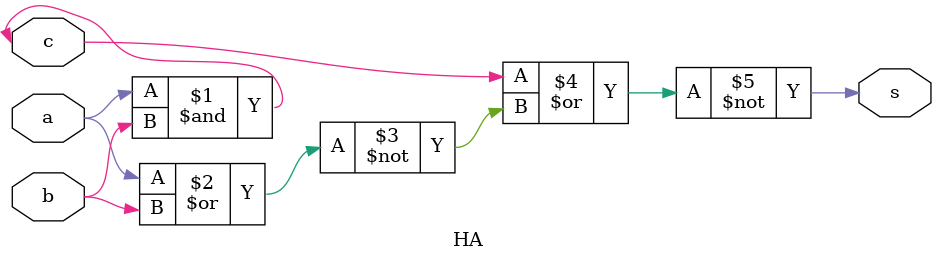
<source format=v>
`timescale 1ns / 1ps


module HA(
    input a,
    input b,
    input c,
    output s
    );
    assign c = a&b;
    assign s = ~(c | ~(a|b) );
endmodule

</source>
